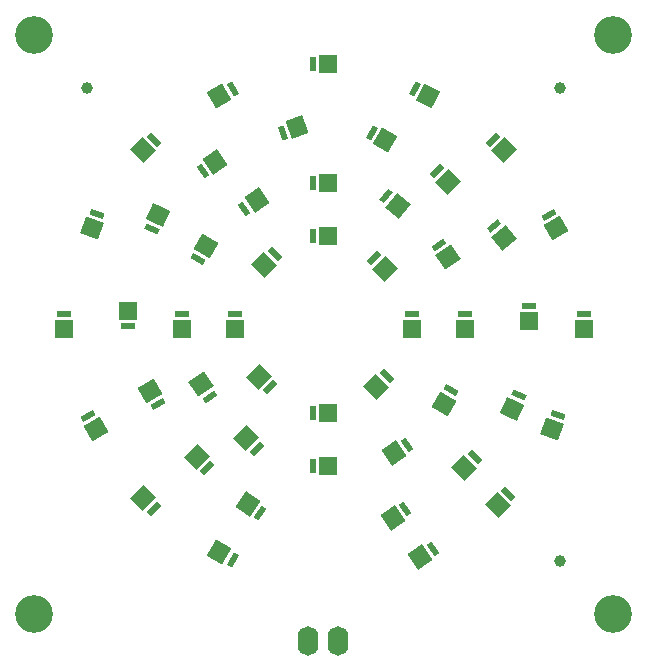
<source format=gbr>
%TF.GenerationSoftware,Altium Limited,Altium Designer,21.4.1 (30)*%
G04 Layer_Color=255*
%FSLAX42Y42*%
%MOMM*%
%TF.SameCoordinates,A5F8CCB8-1AD9-4863-A32E-EE0D6D21C85A*%
%TF.FilePolarity,Positive*%
%TF.FileFunction,Pads,Top*%
%TF.Part,Single*%
G01*
G75*
%TA.AperFunction,SMDPad,CuDef*%
G04:AMPARAMS|DCode=11|XSize=1.2mm|YSize=0.5mm|CornerRadius=0mm|HoleSize=0mm|Usage=FLASHONLY|Rotation=30.000|XOffset=0mm|YOffset=0mm|HoleType=Round|Shape=Rectangle|*
%AMROTATEDRECTD11*
4,1,4,-0.39,-0.52,-0.64,-0.08,0.39,0.52,0.64,0.08,-0.39,-0.52,0.0*
%
%ADD11ROTATEDRECTD11*%

G04:AMPARAMS|DCode=12|XSize=1.6mm|YSize=1.5mm|CornerRadius=0mm|HoleSize=0mm|Usage=FLASHONLY|Rotation=30.000|XOffset=0mm|YOffset=0mm|HoleType=Round|Shape=Rectangle|*
%AMROTATEDRECTD12*
4,1,4,-0.32,-1.05,-1.07,0.25,0.32,1.05,1.07,-0.25,-0.32,-1.05,0.0*
%
%ADD12ROTATEDRECTD12*%

G04:AMPARAMS|DCode=13|XSize=1.2mm|YSize=0.5mm|CornerRadius=0mm|HoleSize=0mm|Usage=FLASHONLY|Rotation=125.000|XOffset=0mm|YOffset=0mm|HoleType=Round|Shape=Rectangle|*
%AMROTATEDRECTD13*
4,1,4,0.55,-0.35,0.14,-0.63,-0.55,0.35,-0.14,0.63,0.55,-0.35,0.0*
%
%ADD13ROTATEDRECTD13*%

G04:AMPARAMS|DCode=14|XSize=1.6mm|YSize=1.5mm|CornerRadius=0mm|HoleSize=0mm|Usage=FLASHONLY|Rotation=125.000|XOffset=0mm|YOffset=0mm|HoleType=Round|Shape=Rectangle|*
%AMROTATEDRECTD14*
4,1,4,1.07,-0.23,-0.16,-1.09,-1.07,0.23,0.16,1.09,1.07,-0.23,0.0*
%
%ADD14ROTATEDRECTD14*%

G04:AMPARAMS|DCode=15|XSize=1.2mm|YSize=0.5mm|CornerRadius=0mm|HoleSize=0mm|Usage=FLASHONLY|Rotation=150.000|XOffset=0mm|YOffset=0mm|HoleType=Round|Shape=Rectangle|*
%AMROTATEDRECTD15*
4,1,4,0.64,-0.08,0.39,-0.52,-0.64,0.08,-0.39,0.52,0.64,-0.08,0.0*
%
%ADD15ROTATEDRECTD15*%

G04:AMPARAMS|DCode=16|XSize=1.6mm|YSize=1.5mm|CornerRadius=0mm|HoleSize=0mm|Usage=FLASHONLY|Rotation=150.000|XOffset=0mm|YOffset=0mm|HoleType=Round|Shape=Rectangle|*
%AMROTATEDRECTD16*
4,1,4,1.07,0.25,0.32,-1.05,-1.07,-0.25,-0.32,1.05,1.07,0.25,0.0*
%
%ADD16ROTATEDRECTD16*%

G04:AMPARAMS|DCode=17|XSize=1.2mm|YSize=0.5mm|CornerRadius=0mm|HoleSize=0mm|Usage=FLASHONLY|Rotation=215.000|XOffset=0mm|YOffset=0mm|HoleType=Round|Shape=Rectangle|*
%AMROTATEDRECTD17*
4,1,4,0.35,0.55,0.63,0.14,-0.35,-0.55,-0.63,-0.14,0.35,0.55,0.0*
%
%ADD17ROTATEDRECTD17*%

G04:AMPARAMS|DCode=18|XSize=1.6mm|YSize=1.5mm|CornerRadius=0mm|HoleSize=0mm|Usage=FLASHONLY|Rotation=215.000|XOffset=0mm|YOffset=0mm|HoleType=Round|Shape=Rectangle|*
%AMROTATEDRECTD18*
4,1,4,0.23,1.07,1.09,-0.16,-0.23,-1.07,-1.09,0.16,0.23,1.07,0.0*
%
%ADD18ROTATEDRECTD18*%

G04:AMPARAMS|DCode=19|XSize=1.2mm|YSize=0.5mm|CornerRadius=0mm|HoleSize=0mm|Usage=FLASHONLY|Rotation=225.000|XOffset=0mm|YOffset=0mm|HoleType=Round|Shape=Rectangle|*
%AMROTATEDRECTD19*
4,1,4,0.25,0.60,0.60,0.25,-0.25,-0.60,-0.60,-0.25,0.25,0.60,0.0*
%
%ADD19ROTATEDRECTD19*%

G04:AMPARAMS|DCode=20|XSize=1.6mm|YSize=1.5mm|CornerRadius=0mm|HoleSize=0mm|Usage=FLASHONLY|Rotation=225.000|XOffset=0mm|YOffset=0mm|HoleType=Round|Shape=Rectangle|*
%AMROTATEDRECTD20*
4,1,4,0.04,1.10,1.10,0.04,-0.04,-1.10,-1.10,-0.04,0.04,1.10,0.0*
%
%ADD20ROTATEDRECTD20*%

%ADD21R,1.20X0.50*%
%ADD22R,1.60X1.50*%
%ADD23R,0.50X1.20*%
%ADD24R,1.50X1.60*%
G04:AMPARAMS|DCode=25|XSize=1.2mm|YSize=0.5mm|CornerRadius=0mm|HoleSize=0mm|Usage=FLASHONLY|Rotation=315.000|XOffset=0mm|YOffset=0mm|HoleType=Round|Shape=Rectangle|*
%AMROTATEDRECTD25*
4,1,4,-0.60,0.25,-0.25,0.60,0.60,-0.25,0.25,-0.60,-0.60,0.25,0.0*
%
%ADD25ROTATEDRECTD25*%

G04:AMPARAMS|DCode=26|XSize=1.6mm|YSize=1.5mm|CornerRadius=0mm|HoleSize=0mm|Usage=FLASHONLY|Rotation=315.000|XOffset=0mm|YOffset=0mm|HoleType=Round|Shape=Rectangle|*
%AMROTATEDRECTD26*
4,1,4,-1.10,0.04,-0.04,1.10,1.10,-0.04,0.04,-1.10,-1.10,0.04,0.0*
%
%ADD26ROTATEDRECTD26*%

G04:AMPARAMS|DCode=27|XSize=1.2mm|YSize=0.5mm|CornerRadius=0mm|HoleSize=0mm|Usage=FLASHONLY|Rotation=60.000|XOffset=0mm|YOffset=0mm|HoleType=Round|Shape=Rectangle|*
%AMROTATEDRECTD27*
4,1,4,-0.08,-0.64,-0.52,-0.39,0.08,0.64,0.52,0.39,-0.08,-0.64,0.0*
%
%ADD27ROTATEDRECTD27*%

G04:AMPARAMS|DCode=28|XSize=1.6mm|YSize=1.5mm|CornerRadius=0mm|HoleSize=0mm|Usage=FLASHONLY|Rotation=60.000|XOffset=0mm|YOffset=0mm|HoleType=Round|Shape=Rectangle|*
%AMROTATEDRECTD28*
4,1,4,0.25,-1.07,-1.05,-0.32,-0.25,1.07,1.05,0.32,0.25,-1.07,0.0*
%
%ADD28ROTATEDRECTD28*%

G04:AMPARAMS|DCode=29|XSize=1.6mm|YSize=1.5mm|CornerRadius=0mm|HoleSize=0mm|Usage=FLASHONLY|Rotation=110.000|XOffset=0mm|YOffset=0mm|HoleType=Round|Shape=Rectangle|*
%AMROTATEDRECTD29*
4,1,4,0.98,-0.50,-0.43,-1.01,-0.98,0.50,0.43,1.01,0.98,-0.50,0.0*
%
%ADD29ROTATEDRECTD29*%

G04:AMPARAMS|DCode=30|XSize=1.2mm|YSize=0.5mm|CornerRadius=0mm|HoleSize=0mm|Usage=FLASHONLY|Rotation=110.000|XOffset=0mm|YOffset=0mm|HoleType=Round|Shape=Rectangle|*
%AMROTATEDRECTD30*
4,1,4,0.44,-0.48,-0.03,-0.65,-0.44,0.48,0.03,0.65,0.44,-0.48,0.0*
%
%ADD30ROTATEDRECTD30*%

G04:AMPARAMS|DCode=31|XSize=1.2mm|YSize=0.5mm|CornerRadius=0mm|HoleSize=0mm|Usage=FLASHONLY|Rotation=50.000|XOffset=0mm|YOffset=0mm|HoleType=Round|Shape=Rectangle|*
%AMROTATEDRECTD31*
4,1,4,-0.19,-0.62,-0.58,-0.30,0.19,0.62,0.58,0.30,-0.19,-0.62,0.0*
%
%ADD31ROTATEDRECTD31*%

G04:AMPARAMS|DCode=32|XSize=1.6mm|YSize=1.5mm|CornerRadius=0mm|HoleSize=0mm|Usage=FLASHONLY|Rotation=50.000|XOffset=0mm|YOffset=0mm|HoleType=Round|Shape=Rectangle|*
%AMROTATEDRECTD32*
4,1,4,0.06,-1.09,-1.09,-0.13,-0.06,1.09,1.09,0.13,0.06,-1.09,0.0*
%
%ADD32ROTATEDRECTD32*%

G04:AMPARAMS|DCode=33|XSize=1.6mm|YSize=1.5mm|CornerRadius=0mm|HoleSize=0mm|Usage=FLASHONLY|Rotation=155.000|XOffset=0mm|YOffset=0mm|HoleType=Round|Shape=Rectangle|*
%AMROTATEDRECTD33*
4,1,4,1.04,0.34,0.41,-1.02,-1.04,-0.34,-0.41,1.02,1.04,0.34,0.0*
%
%ADD33ROTATEDRECTD33*%

G04:AMPARAMS|DCode=34|XSize=1.2mm|YSize=0.5mm|CornerRadius=0mm|HoleSize=0mm|Usage=FLASHONLY|Rotation=155.000|XOffset=0mm|YOffset=0mm|HoleType=Round|Shape=Rectangle|*
%AMROTATEDRECTD34*
4,1,4,0.65,-0.03,0.44,-0.48,-0.65,0.03,-0.44,0.48,0.65,-0.03,0.0*
%
%ADD34ROTATEDRECTD34*%

G04:AMPARAMS|DCode=35|XSize=1.2mm|YSize=0.5mm|CornerRadius=0mm|HoleSize=0mm|Usage=FLASHONLY|Rotation=40.000|XOffset=0mm|YOffset=0mm|HoleType=Round|Shape=Rectangle|*
%AMROTATEDRECTD35*
4,1,4,-0.30,-0.58,-0.62,-0.19,0.30,0.58,0.62,0.19,-0.30,-0.58,0.0*
%
%ADD35ROTATEDRECTD35*%

G04:AMPARAMS|DCode=36|XSize=1.6mm|YSize=1.5mm|CornerRadius=0mm|HoleSize=0mm|Usage=FLASHONLY|Rotation=40.000|XOffset=0mm|YOffset=0mm|HoleType=Round|Shape=Rectangle|*
%AMROTATEDRECTD36*
4,1,4,-0.13,-1.09,-1.09,0.06,0.13,1.09,1.09,-0.06,-0.13,-1.09,0.0*
%
%ADD36ROTATEDRECTD36*%

G04:AMPARAMS|DCode=37|XSize=1.2mm|YSize=0.5mm|CornerRadius=0mm|HoleSize=0mm|Usage=FLASHONLY|Rotation=340.000|XOffset=0mm|YOffset=0mm|HoleType=Round|Shape=Rectangle|*
%AMROTATEDRECTD37*
4,1,4,-0.65,-0.03,-0.48,0.44,0.65,0.03,0.48,-0.44,-0.65,-0.03,0.0*
%
%ADD37ROTATEDRECTD37*%

G04:AMPARAMS|DCode=38|XSize=1.6mm|YSize=1.5mm|CornerRadius=0mm|HoleSize=0mm|Usage=FLASHONLY|Rotation=340.000|XOffset=0mm|YOffset=0mm|HoleType=Round|Shape=Rectangle|*
%AMROTATEDRECTD38*
4,1,4,-1.01,-0.43,-0.50,0.98,1.01,0.43,0.50,-0.98,-1.01,-0.43,0.0*
%
%ADD38ROTATEDRECTD38*%

G04:AMPARAMS|DCode=39|XSize=1.2mm|YSize=0.5mm|CornerRadius=0mm|HoleSize=0mm|Usage=FLASHONLY|Rotation=300.000|XOffset=0mm|YOffset=0mm|HoleType=Round|Shape=Rectangle|*
%AMROTATEDRECTD39*
4,1,4,-0.52,0.39,-0.08,0.64,0.52,-0.39,0.08,-0.64,-0.52,0.39,0.0*
%
%ADD39ROTATEDRECTD39*%

G04:AMPARAMS|DCode=40|XSize=1.6mm|YSize=1.5mm|CornerRadius=0mm|HoleSize=0mm|Usage=FLASHONLY|Rotation=300.000|XOffset=0mm|YOffset=0mm|HoleType=Round|Shape=Rectangle|*
%AMROTATEDRECTD40*
4,1,4,-1.05,0.32,0.25,1.07,1.05,-0.32,-0.25,-1.07,-1.05,0.32,0.0*
%
%ADD40ROTATEDRECTD40*%

G04:AMPARAMS|DCode=41|XSize=1.2mm|YSize=0.5mm|CornerRadius=0mm|HoleSize=0mm|Usage=FLASHONLY|Rotation=62.000|XOffset=0mm|YOffset=0mm|HoleType=Round|Shape=Rectangle|*
%AMROTATEDRECTD41*
4,1,4,-0.06,-0.65,-0.50,-0.41,0.06,0.65,0.50,0.41,-0.06,-0.65,0.0*
%
%ADD41ROTATEDRECTD41*%

G04:AMPARAMS|DCode=42|XSize=1.6mm|YSize=1.5mm|CornerRadius=0mm|HoleSize=0mm|Usage=FLASHONLY|Rotation=62.000|XOffset=0mm|YOffset=0mm|HoleType=Round|Shape=Rectangle|*
%AMROTATEDRECTD42*
4,1,4,0.29,-1.06,-1.04,-0.35,-0.29,1.06,1.04,0.35,0.29,-1.06,0.0*
%
%ADD42ROTATEDRECTD42*%

G04:AMPARAMS|DCode=43|XSize=1.2mm|YSize=0.5mm|CornerRadius=0mm|HoleSize=0mm|Usage=FLASHONLY|Rotation=235.000|XOffset=0mm|YOffset=0mm|HoleType=Round|Shape=Rectangle|*
%AMROTATEDRECTD43*
4,1,4,0.14,0.63,0.55,0.35,-0.14,-0.63,-0.55,-0.35,0.14,0.63,0.0*
%
%ADD43ROTATEDRECTD43*%

G04:AMPARAMS|DCode=44|XSize=1.6mm|YSize=1.5mm|CornerRadius=0mm|HoleSize=0mm|Usage=FLASHONLY|Rotation=235.000|XOffset=0mm|YOffset=0mm|HoleType=Round|Shape=Rectangle|*
%AMROTATEDRECTD44*
4,1,4,-0.16,1.09,1.07,0.23,0.16,-1.09,-1.07,-0.23,-0.16,1.09,0.0*
%
%ADD44ROTATEDRECTD44*%

%ADD45C,1.00*%
%TA.AperFunction,ComponentPad*%
%ADD49O,1.75X2.50*%
%TA.AperFunction,ViaPad*%
%ADD50C,3.20*%
D11*
X-1995Y-772D02*
D03*
X-1405Y-678D02*
D03*
X1905Y928D02*
D03*
D12*
X-1930Y-885D02*
D03*
X-1470Y-565D02*
D03*
X1970Y815D02*
D03*
D13*
X-674Y978D02*
D03*
X704Y-1018D02*
D03*
X691Y-1563D02*
D03*
X-1024Y1298D02*
D03*
X924Y-1898D02*
D03*
D14*
X-567Y1053D02*
D03*
X597Y-1093D02*
D03*
X585Y-1638D02*
D03*
X-917Y1373D02*
D03*
X817Y-1973D02*
D03*
D15*
X-1065Y552D02*
D03*
X1080Y-560D02*
D03*
D16*
X-1000Y665D02*
D03*
X1015Y-673D02*
D03*
D17*
X-963Y-614D02*
D03*
X978Y674D02*
D03*
D18*
X-1038Y-507D02*
D03*
X1053Y567D02*
D03*
D19*
X-566Y-1054D02*
D03*
X426Y564D02*
D03*
X-984Y-1219D02*
D03*
X-456Y-534D02*
D03*
X-1436Y-1564D02*
D03*
X963Y1297D02*
D03*
X1436Y1564D02*
D03*
D20*
X-658Y-962D02*
D03*
X518Y472D02*
D03*
X-1076Y-1127D02*
D03*
X-548Y-442D02*
D03*
X-1528Y-1472D02*
D03*
X1055Y1205D02*
D03*
X1528Y1472D02*
D03*
D21*
X750Y90D02*
D03*
X-750D02*
D03*
X-1200D02*
D03*
X1200D02*
D03*
X-1660Y-15D02*
D03*
X1735Y158D02*
D03*
X-2200Y90D02*
D03*
X2200D02*
D03*
D22*
X750Y-40D02*
D03*
X-750D02*
D03*
X-1200D02*
D03*
X1200D02*
D03*
X-1660Y115D02*
D03*
X1735Y28D02*
D03*
X-2200Y-40D02*
D03*
X2200D02*
D03*
D23*
X-90Y750D02*
D03*
Y-750D02*
D03*
Y1200D02*
D03*
Y-1200D02*
D03*
Y2200D02*
D03*
D24*
X40Y750D02*
D03*
Y-750D02*
D03*
Y1200D02*
D03*
Y-1200D02*
D03*
Y2200D02*
D03*
D25*
X537Y-441D02*
D03*
X1281Y-1124D02*
D03*
X-411Y596D02*
D03*
X1564Y-1436D02*
D03*
X-1436Y1564D02*
D03*
D26*
X445Y-532D02*
D03*
X1189Y-1216D02*
D03*
X-503Y504D02*
D03*
X1472Y-1528D02*
D03*
X-1528Y1472D02*
D03*
D27*
X405Y1622D02*
D03*
X-772Y-1995D02*
D03*
D28*
X517Y1557D02*
D03*
X-885Y-1930D02*
D03*
D29*
X-225Y1669D02*
D03*
D30*
X-347Y1624D02*
D03*
D31*
X531Y1088D02*
D03*
D32*
X631Y1004D02*
D03*
D33*
X-1401Y926D02*
D03*
X1598Y-716D02*
D03*
D34*
X-1456Y808D02*
D03*
X1653Y-598D02*
D03*
D35*
X1442Y834D02*
D03*
D36*
X1526Y734D02*
D03*
D37*
X-1919Y935D02*
D03*
X1981Y-765D02*
D03*
D38*
X-1964Y812D02*
D03*
X1936Y-888D02*
D03*
D39*
X-772Y1995D02*
D03*
D40*
X-885Y1930D02*
D03*
D41*
X771Y1992D02*
D03*
D42*
X885Y1931D02*
D03*
D43*
X-539Y-1599D02*
D03*
D44*
X-645Y-1525D02*
D03*
D45*
X2000Y-2000D02*
D03*
Y2000D02*
D03*
X-2000D02*
D03*
D49*
X117Y-2683D02*
D03*
X-137D02*
D03*
D50*
X-2450Y2450D02*
D03*
X2450D02*
D03*
Y-2450D02*
D03*
X-2450D02*
D03*
%TF.MD5,6db9e60880dd5f1c4c4cf4df0d750d1d*%
M02*

</source>
